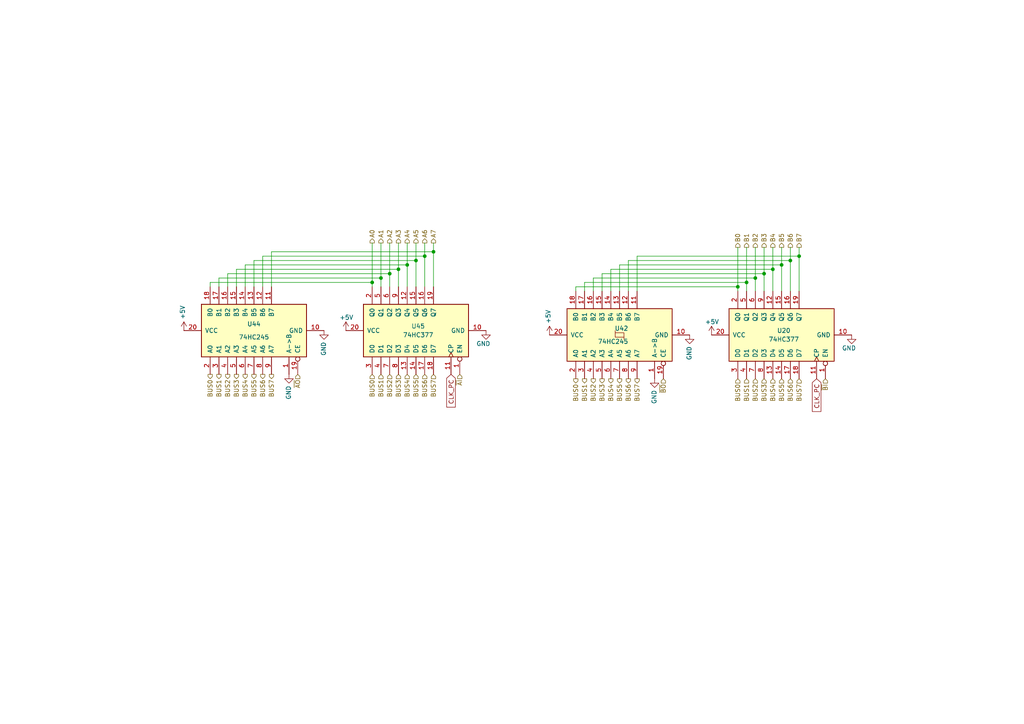
<source format=kicad_sch>
(kicad_sch (version 20211123) (generator eeschema)

  (uuid 7bf351b5-0ca3-402f-bde2-192ed9d3a4d3)

  (paper "A4")

  (title_block
    (title "B Register")
    (date "2023-12-11")
    (rev "1.1")
    (comment 2 "creativecommons.org/licenses/by-nc-sa/4.0/")
    (comment 3 "This work is licensed under CC BY-NC-SA 4.0")
    (comment 4 "Author: Carsten Herting (slu4)")
  )

  (lib_symbols
    (symbol "74xx:74HC245" (pin_names (offset 1.016)) (in_bom yes) (on_board yes)
      (property "Reference" "U" (id 0) (at -7.62 16.51 0)
        (effects (font (size 1.27 1.27)))
      )
      (property "Value" "74HC245" (id 1) (at -7.62 -16.51 0)
        (effects (font (size 1.27 1.27)))
      )
      (property "Footprint" "" (id 2) (at 0 0 0)
        (effects (font (size 1.27 1.27)) hide)
      )
      (property "Datasheet" "http://www.ti.com/lit/gpn/sn74HC245" (id 3) (at 0 0 0)
        (effects (font (size 1.27 1.27)) hide)
      )
      (property "ki_locked" "" (id 4) (at 0 0 0)
        (effects (font (size 1.27 1.27)))
      )
      (property "ki_keywords" "HCMOS BUS 3State" (id 5) (at 0 0 0)
        (effects (font (size 1.27 1.27)) hide)
      )
      (property "ki_description" "Octal BUS Transceivers, 3-State outputs" (id 6) (at 0 0 0)
        (effects (font (size 1.27 1.27)) hide)
      )
      (property "ki_fp_filters" "DIP?20*" (id 7) (at 0 0 0)
        (effects (font (size 1.27 1.27)) hide)
      )
      (symbol "74HC245_1_0"
        (polyline
          (pts
            (xy -0.635 -1.27)
            (xy -0.635 1.27)
            (xy 0.635 1.27)
          )
          (stroke (width 0) (type default) (color 0 0 0 0))
          (fill (type none))
        )
        (polyline
          (pts
            (xy -1.27 -1.27)
            (xy 0.635 -1.27)
            (xy 0.635 1.27)
            (xy 1.27 1.27)
          )
          (stroke (width 0) (type default) (color 0 0 0 0))
          (fill (type none))
        )
        (pin input line (at -12.7 -10.16 0) (length 5.08)
          (name "A->B" (effects (font (size 1.27 1.27))))
          (number "1" (effects (font (size 1.27 1.27))))
        )
        (pin power_in line (at 0 -20.32 90) (length 5.08)
          (name "GND" (effects (font (size 1.27 1.27))))
          (number "10" (effects (font (size 1.27 1.27))))
        )
        (pin tri_state line (at 12.7 -5.08 180) (length 5.08)
          (name "B7" (effects (font (size 1.27 1.27))))
          (number "11" (effects (font (size 1.27 1.27))))
        )
        (pin tri_state line (at 12.7 -2.54 180) (length 5.08)
          (name "B6" (effects (font (size 1.27 1.27))))
          (number "12" (effects (font (size 1.27 1.27))))
        )
        (pin tri_state line (at 12.7 0 180) (length 5.08)
          (name "B5" (effects (font (size 1.27 1.27))))
          (number "13" (effects (font (size 1.27 1.27))))
        )
        (pin tri_state line (at 12.7 2.54 180) (length 5.08)
          (name "B4" (effects (font (size 1.27 1.27))))
          (number "14" (effects (font (size 1.27 1.27))))
        )
        (pin tri_state line (at 12.7 5.08 180) (length 5.08)
          (name "B3" (effects (font (size 1.27 1.27))))
          (number "15" (effects (font (size 1.27 1.27))))
        )
        (pin tri_state line (at 12.7 7.62 180) (length 5.08)
          (name "B2" (effects (font (size 1.27 1.27))))
          (number "16" (effects (font (size 1.27 1.27))))
        )
        (pin tri_state line (at 12.7 10.16 180) (length 5.08)
          (name "B1" (effects (font (size 1.27 1.27))))
          (number "17" (effects (font (size 1.27 1.27))))
        )
        (pin tri_state line (at 12.7 12.7 180) (length 5.08)
          (name "B0" (effects (font (size 1.27 1.27))))
          (number "18" (effects (font (size 1.27 1.27))))
        )
        (pin input inverted (at -12.7 -12.7 0) (length 5.08)
          (name "CE" (effects (font (size 1.27 1.27))))
          (number "19" (effects (font (size 1.27 1.27))))
        )
        (pin tri_state line (at -12.7 12.7 0) (length 5.08)
          (name "A0" (effects (font (size 1.27 1.27))))
          (number "2" (effects (font (size 1.27 1.27))))
        )
        (pin power_in line (at 0 20.32 270) (length 5.08)
          (name "VCC" (effects (font (size 1.27 1.27))))
          (number "20" (effects (font (size 1.27 1.27))))
        )
        (pin tri_state line (at -12.7 10.16 0) (length 5.08)
          (name "A1" (effects (font (size 1.27 1.27))))
          (number "3" (effects (font (size 1.27 1.27))))
        )
        (pin tri_state line (at -12.7 7.62 0) (length 5.08)
          (name "A2" (effects (font (size 1.27 1.27))))
          (number "4" (effects (font (size 1.27 1.27))))
        )
        (pin tri_state line (at -12.7 5.08 0) (length 5.08)
          (name "A3" (effects (font (size 1.27 1.27))))
          (number "5" (effects (font (size 1.27 1.27))))
        )
        (pin tri_state line (at -12.7 2.54 0) (length 5.08)
          (name "A4" (effects (font (size 1.27 1.27))))
          (number "6" (effects (font (size 1.27 1.27))))
        )
        (pin tri_state line (at -12.7 0 0) (length 5.08)
          (name "A5" (effects (font (size 1.27 1.27))))
          (number "7" (effects (font (size 1.27 1.27))))
        )
        (pin tri_state line (at -12.7 -2.54 0) (length 5.08)
          (name "A6" (effects (font (size 1.27 1.27))))
          (number "8" (effects (font (size 1.27 1.27))))
        )
        (pin tri_state line (at -12.7 -5.08 0) (length 5.08)
          (name "A7" (effects (font (size 1.27 1.27))))
          (number "9" (effects (font (size 1.27 1.27))))
        )
      )
      (symbol "74HC245_1_1"
        (rectangle (start -7.62 15.24) (end 7.62 -15.24)
          (stroke (width 0.254) (type default) (color 0 0 0 0))
          (fill (type background))
        )
      )
    )
    (symbol "8-Bit CPU 32k:74HC245" (pin_names (offset 1.016)) (in_bom yes) (on_board yes)
      (property "Reference" "U" (id 0) (at 0 -6.35 90)
        (effects (font (size 1.27 1.27)))
      )
      (property "Value" "74HC245" (id 1) (at 0 2.54 90)
        (effects (font (size 1.27 1.27)))
      )
      (property "Footprint" "" (id 2) (at 0 0 0)
        (effects (font (size 1.27 1.27)) hide)
      )
      (property "Datasheet" "http://www.ti.com/lit/gpn/sn74HC245" (id 3) (at 0 -17.78 0)
        (effects (font (size 1.27 1.27)) hide)
      )
      (property "ki_locked" "" (id 4) (at 0 0 0)
        (effects (font (size 1.27 1.27)))
      )
      (property "ki_keywords" "HCMOS BUS 3State" (id 5) (at 0 0 0)
        (effects (font (size 1.27 1.27)) hide)
      )
      (property "ki_description" "Octal BUS Transceivers, 3-State outputs" (id 6) (at 0 0 0)
        (effects (font (size 1.27 1.27)) hide)
      )
      (property "ki_fp_filters" "DIP?20*" (id 7) (at 0 0 0)
        (effects (font (size 1.27 1.27)) hide)
      )
      (symbol "74HC245_1_0"
        (pin input line (at -12.7 -10.16 0) (length 5.08)
          (name "A->B" (effects (font (size 1.27 1.27))))
          (number "1" (effects (font (size 1.27 1.27))))
        )
        (pin power_in line (at 0 -20.32 90) (length 5.08)
          (name "GND" (effects (font (size 1.27 1.27))))
          (number "10" (effects (font (size 1.27 1.27))))
        )
        (pin input line (at 12.7 -5.08 180) (length 5.08)
          (name "B7" (effects (font (size 1.27 1.27))))
          (number "11" (effects (font (size 1.27 1.27))))
        )
        (pin input line (at 12.7 -2.54 180) (length 5.08)
          (name "B6" (effects (font (size 1.27 1.27))))
          (number "12" (effects (font (size 1.27 1.27))))
        )
        (pin input line (at 12.7 0 180) (length 5.08)
          (name "B5" (effects (font (size 1.27 1.27))))
          (number "13" (effects (font (size 1.27 1.27))))
        )
        (pin input line (at 12.7 2.54 180) (length 5.08)
          (name "B4" (effects (font (size 1.27 1.27))))
          (number "14" (effects (font (size 1.27 1.27))))
        )
        (pin input line (at 12.7 5.08 180) (length 5.08)
          (name "B3" (effects (font (size 1.27 1.27))))
          (number "15" (effects (font (size 1.27 1.27))))
        )
        (pin input line (at 12.7 7.62 180) (length 5.08)
          (name "B2" (effects (font (size 1.27 1.27))))
          (number "16" (effects (font (size 1.27 1.27))))
        )
        (pin input line (at 12.7 10.16 180) (length 5.08)
          (name "B1" (effects (font (size 1.27 1.27))))
          (number "17" (effects (font (size 1.27 1.27))))
        )
        (pin input line (at 12.7 12.7 180) (length 5.08)
          (name "B0" (effects (font (size 1.27 1.27))))
          (number "18" (effects (font (size 1.27 1.27))))
        )
        (pin input inverted (at -12.7 -12.7 0) (length 5.08)
          (name "CE" (effects (font (size 1.27 1.27))))
          (number "19" (effects (font (size 1.27 1.27))))
        )
        (pin tri_state line (at -12.7 12.7 0) (length 5.08)
          (name "A0" (effects (font (size 1.27 1.27))))
          (number "2" (effects (font (size 1.27 1.27))))
        )
        (pin power_in line (at 0 20.32 270) (length 5.08)
          (name "VCC" (effects (font (size 1.27 1.27))))
          (number "20" (effects (font (size 1.27 1.27))))
        )
        (pin tri_state line (at -12.7 10.16 0) (length 5.08)
          (name "A1" (effects (font (size 1.27 1.27))))
          (number "3" (effects (font (size 1.27 1.27))))
        )
        (pin tri_state line (at -12.7 7.62 0) (length 5.08)
          (name "A2" (effects (font (size 1.27 1.27))))
          (number "4" (effects (font (size 1.27 1.27))))
        )
        (pin tri_state line (at -12.7 5.08 0) (length 5.08)
          (name "A3" (effects (font (size 1.27 1.27))))
          (number "5" (effects (font (size 1.27 1.27))))
        )
        (pin tri_state line (at -12.7 2.54 0) (length 5.08)
          (name "A4" (effects (font (size 1.27 1.27))))
          (number "6" (effects (font (size 1.27 1.27))))
        )
        (pin tri_state line (at -12.7 0 0) (length 5.08)
          (name "A5" (effects (font (size 1.27 1.27))))
          (number "7" (effects (font (size 1.27 1.27))))
        )
        (pin tri_state line (at -12.7 -2.54 0) (length 5.08)
          (name "A6" (effects (font (size 1.27 1.27))))
          (number "8" (effects (font (size 1.27 1.27))))
        )
        (pin tri_state line (at -12.7 -5.08 0) (length 5.08)
          (name "A7" (effects (font (size 1.27 1.27))))
          (number "9" (effects (font (size 1.27 1.27))))
        )
      )
      (symbol "74HC245_1_1"
        (rectangle (start -7.62 15.24) (end 7.62 -15.24)
          (stroke (width 0.254) (type default) (color 0 0 0 0))
          (fill (type background))
        )
      )
    )
    (symbol "8-Bit CPU 32k:74HC377" (pin_names (offset 1.016)) (in_bom yes) (on_board yes)
      (property "Reference" "U" (id 0) (at 1.27 0 90)
        (effects (font (size 1.27 1.27)))
      )
      (property "Value" "74HC377" (id 1) (at -1.27 0 90)
        (effects (font (size 1.27 1.27)))
      )
      (property "Footprint" "" (id 2) (at 0 0 0)
        (effects (font (size 1.27 1.27)) hide)
      )
      (property "Datasheet" "http://www.ti.com/lit/gpn/sn74LS574" (id 3) (at 0 -33.02 0)
        (effects (font (size 1.27 1.27)) hide)
      )
      (property "ki_locked" "" (id 4) (at 0 0 0)
        (effects (font (size 1.27 1.27)))
      )
      (property "ki_keywords" "TTL REG DFF DFF8 3State" (id 5) (at 0 0 0)
        (effects (font (size 1.27 1.27)) hide)
      )
      (property "ki_description" "8-bit Register, 3-state outputs" (id 6) (at 0 0 0)
        (effects (font (size 1.27 1.27)) hide)
      )
      (property "ki_fp_filters" "DIP?20*" (id 7) (at 0 0 0)
        (effects (font (size 1.27 1.27)) hide)
      )
      (symbol "74HC377_1_0"
        (pin input inverted (at -12.7 -12.7 0) (length 5.08)
          (name "EN" (effects (font (size 1.27 1.27))))
          (number "1" (effects (font (size 1.27 1.27))))
        )
        (pin power_in line (at 0 -20.32 90) (length 5.08)
          (name "GND" (effects (font (size 1.27 1.27))))
          (number "10" (effects (font (size 1.27 1.27))))
        )
        (pin input clock (at -12.7 -10.16 0) (length 5.08)
          (name "CP" (effects (font (size 1.27 1.27))))
          (number "11" (effects (font (size 1.27 1.27))))
        )
        (pin output line (at 12.7 2.54 180) (length 5.08)
          (name "Q4" (effects (font (size 1.27 1.27))))
          (number "12" (effects (font (size 1.27 1.27))))
        )
        (pin input line (at -12.7 2.54 0) (length 5.08)
          (name "D4" (effects (font (size 1.27 1.27))))
          (number "13" (effects (font (size 1.27 1.27))))
        )
        (pin input line (at -12.7 0 0) (length 5.08)
          (name "D5" (effects (font (size 1.27 1.27))))
          (number "14" (effects (font (size 1.27 1.27))))
        )
        (pin output line (at 12.7 0 180) (length 5.08)
          (name "Q5" (effects (font (size 1.27 1.27))))
          (number "15" (effects (font (size 1.27 1.27))))
        )
        (pin output line (at 12.7 -2.54 180) (length 5.08)
          (name "Q6" (effects (font (size 1.27 1.27))))
          (number "16" (effects (font (size 1.27 1.27))))
        )
        (pin input line (at -12.7 -2.54 0) (length 5.08)
          (name "D6" (effects (font (size 1.27 1.27))))
          (number "17" (effects (font (size 1.27 1.27))))
        )
        (pin input line (at -12.7 -5.08 0) (length 5.08)
          (name "D7" (effects (font (size 1.27 1.27))))
          (number "18" (effects (font (size 1.27 1.27))))
        )
        (pin output line (at 12.7 -5.08 180) (length 5.08)
          (name "Q7" (effects (font (size 1.27 1.27))))
          (number "19" (effects (font (size 1.27 1.27))))
        )
        (pin output line (at 12.7 12.7 180) (length 5.08)
          (name "Q0" (effects (font (size 1.27 1.27))))
          (number "2" (effects (font (size 1.27 1.27))))
        )
        (pin power_in line (at 0 20.32 270) (length 5.08)
          (name "VCC" (effects (font (size 1.27 1.27))))
          (number "20" (effects (font (size 1.27 1.27))))
        )
        (pin input line (at -12.7 12.7 0) (length 5.08)
          (name "D0" (effects (font (size 1.27 1.27))))
          (number "3" (effects (font (size 1.27 1.27))))
        )
        (pin input line (at -12.7 10.16 0) (length 5.08)
          (name "D1" (effects (font (size 1.27 1.27))))
          (number "4" (effects (font (size 1.27 1.27))))
        )
        (pin output line (at 12.7 10.16 180) (length 5.08)
          (name "Q1" (effects (font (size 1.27 1.27))))
          (number "5" (effects (font (size 1.27 1.27))))
        )
        (pin output line (at 12.7 7.62 180) (length 5.08)
          (name "Q2" (effects (font (size 1.27 1.27))))
          (number "6" (effects (font (size 1.27 1.27))))
        )
        (pin input line (at -12.7 7.62 0) (length 5.08)
          (name "D2" (effects (font (size 1.27 1.27))))
          (number "7" (effects (font (size 1.27 1.27))))
        )
        (pin input line (at -12.7 5.08 0) (length 5.08)
          (name "D3" (effects (font (size 1.27 1.27))))
          (number "8" (effects (font (size 1.27 1.27))))
        )
        (pin output line (at 12.7 5.08 180) (length 5.08)
          (name "Q3" (effects (font (size 1.27 1.27))))
          (number "9" (effects (font (size 1.27 1.27))))
        )
      )
      (symbol "74HC377_1_1"
        (rectangle (start -7.62 15.24) (end 7.62 -15.24)
          (stroke (width 0.254) (type default) (color 0 0 0 0))
          (fill (type background))
        )
      )
    )
    (symbol "power:+5V" (power) (pin_names (offset 0)) (in_bom yes) (on_board yes)
      (property "Reference" "#PWR" (id 0) (at 0 -3.81 0)
        (effects (font (size 1.27 1.27)) hide)
      )
      (property "Value" "+5V" (id 1) (at 0 3.556 0)
        (effects (font (size 1.27 1.27)))
      )
      (property "Footprint" "" (id 2) (at 0 0 0)
        (effects (font (size 1.27 1.27)) hide)
      )
      (property "Datasheet" "" (id 3) (at 0 0 0)
        (effects (font (size 1.27 1.27)) hide)
      )
      (property "ki_keywords" "power-flag" (id 4) (at 0 0 0)
        (effects (font (size 1.27 1.27)) hide)
      )
      (property "ki_description" "Power symbol creates a global label with name \"+5V\"" (id 5) (at 0 0 0)
        (effects (font (size 1.27 1.27)) hide)
      )
      (symbol "+5V_0_1"
        (polyline
          (pts
            (xy -0.762 1.27)
            (xy 0 2.54)
          )
          (stroke (width 0) (type default) (color 0 0 0 0))
          (fill (type none))
        )
        (polyline
          (pts
            (xy 0 0)
            (xy 0 2.54)
          )
          (stroke (width 0) (type default) (color 0 0 0 0))
          (fill (type none))
        )
        (polyline
          (pts
            (xy 0 2.54)
            (xy 0.762 1.27)
          )
          (stroke (width 0) (type default) (color 0 0 0 0))
          (fill (type none))
        )
      )
      (symbol "+5V_1_1"
        (pin power_in line (at 0 0 90) (length 0) hide
          (name "+5V" (effects (font (size 1.27 1.27))))
          (number "1" (effects (font (size 1.27 1.27))))
        )
      )
    )
    (symbol "power:GND" (power) (pin_names (offset 0)) (in_bom yes) (on_board yes)
      (property "Reference" "#PWR" (id 0) (at 0 -6.35 0)
        (effects (font (size 1.27 1.27)) hide)
      )
      (property "Value" "GND" (id 1) (at 0 -3.81 0)
        (effects (font (size 1.27 1.27)))
      )
      (property "Footprint" "" (id 2) (at 0 0 0)
        (effects (font (size 1.27 1.27)) hide)
      )
      (property "Datasheet" "" (id 3) (at 0 0 0)
        (effects (font (size 1.27 1.27)) hide)
      )
      (property "ki_keywords" "power-flag" (id 4) (at 0 0 0)
        (effects (font (size 1.27 1.27)) hide)
      )
      (property "ki_description" "Power symbol creates a global label with name \"GND\" , ground" (id 5) (at 0 0 0)
        (effects (font (size 1.27 1.27)) hide)
      )
      (symbol "GND_0_1"
        (polyline
          (pts
            (xy 0 0)
            (xy 0 -1.27)
            (xy 1.27 -1.27)
            (xy 0 -2.54)
            (xy -1.27 -1.27)
            (xy 0 -1.27)
          )
          (stroke (width 0) (type default) (color 0 0 0 0))
          (fill (type none))
        )
      )
      (symbol "GND_1_1"
        (pin power_in line (at 0 0 270) (length 0) hide
          (name "GND" (effects (font (size 1.27 1.27))))
          (number "1" (effects (font (size 1.27 1.27))))
        )
      )
    )
  )

  (junction (at 219.075 80.645) (diameter 0) (color 0 0 0 0)
    (uuid 00764fac-c474-4c06-8da7-05e3d3cf986c)
  )
  (junction (at 231.775 74.295) (diameter 0) (color 0 0 0 0)
    (uuid 1442abc9-3604-41bd-8c28-7f6a37665550)
  )
  (junction (at 221.615 79.375) (diameter 0) (color 0 0 0 0)
    (uuid 20977647-c6fa-4180-863b-d2678d6cf325)
  )
  (junction (at 216.535 81.915) (diameter 0) (color 0 0 0 0)
    (uuid 293cf5ca-3515-4caa-8cb3-87d8c95ab4f3)
  )
  (junction (at 118.11 76.835) (diameter 0) (color 0 0 0 0)
    (uuid 55235580-7efb-4e3c-98e6-d5a445a76fd4)
  )
  (junction (at 115.57 78.105) (diameter 0) (color 0 0 0 0)
    (uuid 580b84ac-b00e-41d9-af57-dc7f6cac8d7a)
  )
  (junction (at 107.95 81.915) (diameter 0) (color 0 0 0 0)
    (uuid 5f52a259-c2d7-454b-b293-e760a6d0bfd9)
  )
  (junction (at 113.03 79.375) (diameter 0) (color 0 0 0 0)
    (uuid 61a39efa-f191-4803-8809-de50f8d8a1f0)
  )
  (junction (at 213.995 83.185) (diameter 0) (color 0 0 0 0)
    (uuid 90f6d86a-6451-404d-bb9d-cd56e081b998)
  )
  (junction (at 123.19 74.295) (diameter 0) (color 0 0 0 0)
    (uuid ae23c50f-f929-4972-b576-9452277b3010)
  )
  (junction (at 224.155 78.105) (diameter 0) (color 0 0 0 0)
    (uuid b2f6850a-717d-4485-84de-ca2f43d387b0)
  )
  (junction (at 229.235 75.565) (diameter 0) (color 0 0 0 0)
    (uuid cfaa542b-1677-4be1-8d5a-d18f5dadc6e4)
  )
  (junction (at 125.73 73.025) (diameter 0) (color 0 0 0 0)
    (uuid d2cd721e-a39c-449b-b0e7-1df8555a1dd2)
  )
  (junction (at 120.65 75.565) (diameter 0) (color 0 0 0 0)
    (uuid d7628963-43dd-4da3-8c98-776603c6bc1d)
  )
  (junction (at 110.49 80.645) (diameter 0) (color 0 0 0 0)
    (uuid dca56fc2-ce10-433f-b325-dd01ad688606)
  )
  (junction (at 226.695 76.835) (diameter 0) (color 0 0 0 0)
    (uuid f5fcdee6-aff1-478b-839e-b0c3d542b15d)
  )

  (wire (pts (xy 63.5 80.645) (xy 63.5 83.185))
    (stroke (width 0) (type default) (color 0 0 0 0))
    (uuid 05882c98-cfe2-45aa-86a7-357bbf94a8c5)
  )
  (wire (pts (xy 184.785 74.295) (xy 184.785 84.455))
    (stroke (width 0) (type default) (color 0 0 0 0))
    (uuid 07932149-ff4e-492f-8962-40920fc81118)
  )
  (wire (pts (xy 216.535 71.755) (xy 216.535 81.915))
    (stroke (width 0) (type default) (color 0 0 0 0))
    (uuid 14d118f6-c7d7-4b44-a6fd-2d8ef3a5966c)
  )
  (wire (pts (xy 184.785 74.295) (xy 231.775 74.295))
    (stroke (width 0) (type default) (color 0 0 0 0))
    (uuid 257995c7-fcb2-401c-acc1-d4b2543e21cc)
  )
  (wire (pts (xy 167.005 83.185) (xy 167.005 84.455))
    (stroke (width 0) (type default) (color 0 0 0 0))
    (uuid 292b5d5b-a3fd-4292-b67f-87b74067db31)
  )
  (wire (pts (xy 63.5 80.645) (xy 110.49 80.645))
    (stroke (width 0) (type default) (color 0 0 0 0))
    (uuid 2caf312e-c602-4e95-b416-58ff2b0210ac)
  )
  (wire (pts (xy 221.615 79.375) (xy 221.615 84.455))
    (stroke (width 0) (type default) (color 0 0 0 0))
    (uuid 35cd107d-2594-4406-bcea-40dc3a421834)
  )
  (wire (pts (xy 172.085 80.645) (xy 172.085 84.455))
    (stroke (width 0) (type default) (color 0 0 0 0))
    (uuid 374bd96e-0a3c-4296-9a02-5ac5798aeb5b)
  )
  (wire (pts (xy 110.49 70.485) (xy 110.49 80.645))
    (stroke (width 0) (type default) (color 0 0 0 0))
    (uuid 3d855d27-27e0-495e-96bc-e865871e3606)
  )
  (wire (pts (xy 73.66 75.565) (xy 73.66 83.185))
    (stroke (width 0) (type default) (color 0 0 0 0))
    (uuid 45cf917d-07dd-4d25-847f-4d7972a38fe3)
  )
  (wire (pts (xy 174.625 79.375) (xy 174.625 84.455))
    (stroke (width 0) (type default) (color 0 0 0 0))
    (uuid 49752f99-f45c-4c80-980f-88a521f19a66)
  )
  (wire (pts (xy 125.73 73.025) (xy 125.73 83.185))
    (stroke (width 0) (type default) (color 0 0 0 0))
    (uuid 497afc34-469c-45a4-86d2-94861abec274)
  )
  (wire (pts (xy 174.625 79.375) (xy 221.615 79.375))
    (stroke (width 0) (type default) (color 0 0 0 0))
    (uuid 4a2445d0-510f-4f2d-a850-5edd51a71b47)
  )
  (wire (pts (xy 169.545 81.915) (xy 169.545 84.455))
    (stroke (width 0) (type default) (color 0 0 0 0))
    (uuid 50426957-6cc9-4678-b97a-bb84036574a0)
  )
  (wire (pts (xy 213.995 71.755) (xy 213.995 83.185))
    (stroke (width 0) (type default) (color 0 0 0 0))
    (uuid 5811f1da-f804-4e55-af72-531def6a328e)
  )
  (wire (pts (xy 177.165 78.105) (xy 224.155 78.105))
    (stroke (width 0) (type default) (color 0 0 0 0))
    (uuid 582561f8-97e5-4a97-ba2f-1f92e903679e)
  )
  (wire (pts (xy 229.235 71.755) (xy 229.235 75.565))
    (stroke (width 0) (type default) (color 0 0 0 0))
    (uuid 599d2ef9-4d78-4e04-8eb2-3c0c0b66471e)
  )
  (wire (pts (xy 213.995 83.185) (xy 213.995 84.455))
    (stroke (width 0) (type default) (color 0 0 0 0))
    (uuid 5a745176-dac6-4e90-937e-82299e19f77f)
  )
  (wire (pts (xy 120.65 70.485) (xy 120.65 75.565))
    (stroke (width 0) (type default) (color 0 0 0 0))
    (uuid 5ea53d5e-dda0-4b00-a871-9b9333a058ea)
  )
  (wire (pts (xy 231.775 74.295) (xy 231.775 84.455))
    (stroke (width 0) (type default) (color 0 0 0 0))
    (uuid 657bdb21-c3ff-4f34-8e8d-5bdb406b846a)
  )
  (wire (pts (xy 76.2 74.295) (xy 123.19 74.295))
    (stroke (width 0) (type default) (color 0 0 0 0))
    (uuid 6619871a-ba52-49d9-9d5f-d0bd7cf20fa0)
  )
  (wire (pts (xy 78.74 73.025) (xy 125.73 73.025))
    (stroke (width 0) (type default) (color 0 0 0 0))
    (uuid 668fb75a-cbc2-41ec-814f-2b81236bbce3)
  )
  (wire (pts (xy 221.615 71.755) (xy 221.615 79.375))
    (stroke (width 0) (type default) (color 0 0 0 0))
    (uuid 67f09b97-4639-4b69-95d3-ea176e511493)
  )
  (wire (pts (xy 107.95 81.915) (xy 107.95 83.185))
    (stroke (width 0) (type default) (color 0 0 0 0))
    (uuid 68c2b931-e5a9-4b99-9a26-33ab16cd00f4)
  )
  (wire (pts (xy 123.19 70.485) (xy 123.19 74.295))
    (stroke (width 0) (type default) (color 0 0 0 0))
    (uuid 6d215b4b-4ac6-43ac-8579-0acdcd8541fb)
  )
  (wire (pts (xy 226.695 76.835) (xy 226.695 84.455))
    (stroke (width 0) (type default) (color 0 0 0 0))
    (uuid 75aae229-7241-428e-b3d4-e6ea9c1cf7b0)
  )
  (wire (pts (xy 219.075 80.645) (xy 219.075 84.455))
    (stroke (width 0) (type default) (color 0 0 0 0))
    (uuid 79c400b4-8c88-421f-923a-b659c13e3092)
  )
  (wire (pts (xy 182.245 75.565) (xy 229.235 75.565))
    (stroke (width 0) (type default) (color 0 0 0 0))
    (uuid 7b180d51-431a-4ae9-8304-d98d72607e03)
  )
  (wire (pts (xy 224.155 78.105) (xy 224.155 84.455))
    (stroke (width 0) (type default) (color 0 0 0 0))
    (uuid 7b18ce22-9707-4e8e-9cf1-2320a2b336af)
  )
  (wire (pts (xy 110.49 80.645) (xy 110.49 83.185))
    (stroke (width 0) (type default) (color 0 0 0 0))
    (uuid 7c589141-4154-4c45-8a0c-8e02d80862bb)
  )
  (wire (pts (xy 68.58 78.105) (xy 68.58 83.185))
    (stroke (width 0) (type default) (color 0 0 0 0))
    (uuid 7f1815bf-d9c3-4560-9ef6-aff85cbb81bc)
  )
  (wire (pts (xy 216.535 81.915) (xy 216.535 84.455))
    (stroke (width 0) (type default) (color 0 0 0 0))
    (uuid 7f25dcaf-8823-4e9c-aaeb-55f459673095)
  )
  (wire (pts (xy 71.12 76.835) (xy 118.11 76.835))
    (stroke (width 0) (type default) (color 0 0 0 0))
    (uuid 82a33efa-3cf7-47e8-88f0-fb95afb92649)
  )
  (wire (pts (xy 219.075 71.755) (xy 219.075 80.645))
    (stroke (width 0) (type default) (color 0 0 0 0))
    (uuid 9096b135-93d6-4222-977a-f1c0a044ef37)
  )
  (wire (pts (xy 231.775 71.755) (xy 231.775 74.295))
    (stroke (width 0) (type default) (color 0 0 0 0))
    (uuid 953d54ee-fad0-404d-9c4b-2c98675911e1)
  )
  (wire (pts (xy 177.165 78.105) (xy 177.165 84.455))
    (stroke (width 0) (type default) (color 0 0 0 0))
    (uuid 95622795-4af5-4438-9c6b-adf299e0bc02)
  )
  (wire (pts (xy 71.12 76.835) (xy 71.12 83.185))
    (stroke (width 0) (type default) (color 0 0 0 0))
    (uuid 95e984c3-a29c-4bba-9431-ce40f28e8386)
  )
  (wire (pts (xy 115.57 70.485) (xy 115.57 78.105))
    (stroke (width 0) (type default) (color 0 0 0 0))
    (uuid 992d1548-f5a6-4575-87f1-8366c6eb6082)
  )
  (wire (pts (xy 60.96 81.915) (xy 107.95 81.915))
    (stroke (width 0) (type default) (color 0 0 0 0))
    (uuid 9b123a88-7b68-4734-9701-80d09988ae7c)
  )
  (wire (pts (xy 78.74 73.025) (xy 78.74 83.185))
    (stroke (width 0) (type default) (color 0 0 0 0))
    (uuid 9b6338d7-09d4-41ca-b4c9-307d4b5ee781)
  )
  (wire (pts (xy 115.57 78.105) (xy 115.57 83.185))
    (stroke (width 0) (type default) (color 0 0 0 0))
    (uuid 9c158643-a956-4e6e-b58f-bb1903a75922)
  )
  (wire (pts (xy 224.155 71.755) (xy 224.155 78.105))
    (stroke (width 0) (type default) (color 0 0 0 0))
    (uuid a813f4ad-724f-46ac-8dfa-eb17797aba57)
  )
  (wire (pts (xy 113.03 70.485) (xy 113.03 79.375))
    (stroke (width 0) (type default) (color 0 0 0 0))
    (uuid ad5964a2-3d2f-4b82-92a6-c11825a9b93a)
  )
  (wire (pts (xy 179.705 76.835) (xy 226.695 76.835))
    (stroke (width 0) (type default) (color 0 0 0 0))
    (uuid ad9c0566-c8b4-4762-9ccd-681933beb83a)
  )
  (wire (pts (xy 179.705 76.835) (xy 179.705 84.455))
    (stroke (width 0) (type default) (color 0 0 0 0))
    (uuid af4a0de0-d99b-4c66-8a9a-a49c6261e4c7)
  )
  (wire (pts (xy 60.96 81.915) (xy 60.96 83.185))
    (stroke (width 0) (type default) (color 0 0 0 0))
    (uuid bf7838fe-c159-4105-a159-5a0ba61240a4)
  )
  (wire (pts (xy 120.65 75.565) (xy 120.65 83.185))
    (stroke (width 0) (type default) (color 0 0 0 0))
    (uuid c151fb78-83b1-439a-a7b0-90fc993d1c2e)
  )
  (wire (pts (xy 66.04 79.375) (xy 66.04 83.185))
    (stroke (width 0) (type default) (color 0 0 0 0))
    (uuid c3a18c81-0edc-45f3-be2c-b614798bcf1b)
  )
  (wire (pts (xy 169.545 81.915) (xy 216.535 81.915))
    (stroke (width 0) (type default) (color 0 0 0 0))
    (uuid c4e71b83-08d5-4fab-b896-6e7938856123)
  )
  (wire (pts (xy 118.11 76.835) (xy 118.11 83.185))
    (stroke (width 0) (type default) (color 0 0 0 0))
    (uuid c754856a-beec-45a0-a766-efdcd6040380)
  )
  (wire (pts (xy 125.73 70.485) (xy 125.73 73.025))
    (stroke (width 0) (type default) (color 0 0 0 0))
    (uuid c9c479b9-7c87-43ca-9286-eacb29f1b5f0)
  )
  (wire (pts (xy 76.2 74.295) (xy 76.2 83.185))
    (stroke (width 0) (type default) (color 0 0 0 0))
    (uuid cfc9a362-79e0-4319-8a39-983d68256726)
  )
  (wire (pts (xy 229.235 75.565) (xy 229.235 84.455))
    (stroke (width 0) (type default) (color 0 0 0 0))
    (uuid d11f352c-303d-409f-826b-5a9421ada49f)
  )
  (wire (pts (xy 66.04 79.375) (xy 113.03 79.375))
    (stroke (width 0) (type default) (color 0 0 0 0))
    (uuid d4889969-d830-449c-a848-e340f26300e9)
  )
  (wire (pts (xy 226.695 71.755) (xy 226.695 76.835))
    (stroke (width 0) (type default) (color 0 0 0 0))
    (uuid da63f2ba-5bda-44c7-bd5c-8d4fb565571b)
  )
  (wire (pts (xy 113.03 79.375) (xy 113.03 83.185))
    (stroke (width 0) (type default) (color 0 0 0 0))
    (uuid dd09fa6f-7ca5-4dea-8c7e-6297a902824b)
  )
  (wire (pts (xy 182.245 75.565) (xy 182.245 84.455))
    (stroke (width 0) (type default) (color 0 0 0 0))
    (uuid df381675-64ef-4bde-8803-0174a23039e2)
  )
  (wire (pts (xy 167.005 83.185) (xy 213.995 83.185))
    (stroke (width 0) (type default) (color 0 0 0 0))
    (uuid e1464030-a6b2-4c76-abe3-5c117b044bf3)
  )
  (wire (pts (xy 73.66 75.565) (xy 120.65 75.565))
    (stroke (width 0) (type default) (color 0 0 0 0))
    (uuid e4822605-d3b4-4969-bb60-8baa134ea1d4)
  )
  (wire (pts (xy 172.085 80.645) (xy 219.075 80.645))
    (stroke (width 0) (type default) (color 0 0 0 0))
    (uuid e955a43d-00fb-4fa0-91dc-c116756c982b)
  )
  (wire (pts (xy 123.19 74.295) (xy 123.19 83.185))
    (stroke (width 0) (type default) (color 0 0 0 0))
    (uuid f452714d-707c-4603-9985-5dc64cae2db2)
  )
  (wire (pts (xy 68.58 78.105) (xy 115.57 78.105))
    (stroke (width 0) (type default) (color 0 0 0 0))
    (uuid f62d8370-7327-49e1-b3ee-29837699ae18)
  )
  (wire (pts (xy 107.95 70.485) (xy 107.95 81.915))
    (stroke (width 0) (type default) (color 0 0 0 0))
    (uuid fc8d5ef8-5a7d-4f00-a981-a59bf2e23508)
  )
  (wire (pts (xy 118.11 70.485) (xy 118.11 76.835))
    (stroke (width 0) (type default) (color 0 0 0 0))
    (uuid feaeeb55-63e7-42f3-a3c1-178518a5aafe)
  )

  (global_label "CLK_PC" (shape input) (at 130.81 108.585 270) (fields_autoplaced)
    (effects (font (size 1.27 1.27)) (justify right))
    (uuid 1e7337dc-24a6-4131-a201-17c9b8f36afc)
    (property "Intersheet References" "${INTERSHEET_REFS}" (id 0) (at 130.7306 117.9849 90)
      (effects (font (size 1.27 1.27)) (justify right) hide)
    )
  )
  (global_label "CLK_PC" (shape input) (at 236.855 109.855 270) (fields_autoplaced)
    (effects (font (size 1.27 1.27)) (justify right))
    (uuid 8d1c67ba-ab4a-4604-aaa9-aa040c2af77c)
    (property "Intersheet References" "${INTERSHEET_REFS}" (id 0) (at 236.7756 119.2549 90)
      (effects (font (size 1.27 1.27)) (justify right) hide)
    )
  )

  (hierarchical_label "A6" (shape output) (at 123.19 70.485 90)
    (effects (font (size 1.27 1.27)) (justify left))
    (uuid 00dc473b-7163-4444-a9c3-6c105391c7eb)
  )
  (hierarchical_label "BUS3" (shape output) (at 68.58 108.585 270)
    (effects (font (size 1.27 1.27)) (justify right))
    (uuid 017a2d1c-8d51-4908-9f8d-1bccbdb4e04c)
  )
  (hierarchical_label "BUS5" (shape output) (at 179.705 109.855 270)
    (effects (font (size 1.27 1.27)) (justify right))
    (uuid 03ba98fe-8cb5-4699-a35b-36d3eda382d0)
  )
  (hierarchical_label "B1" (shape output) (at 216.535 71.755 90)
    (effects (font (size 1.27 1.27)) (justify left))
    (uuid 03e4a9fa-3187-4c6e-97be-1f031ef59a31)
  )
  (hierarchical_label "BUS6" (shape output) (at 76.2 108.585 270)
    (effects (font (size 1.27 1.27)) (justify right))
    (uuid 0b72af85-7c43-4ee6-a258-23ddd5d8148a)
  )
  (hierarchical_label "BUS1" (shape input) (at 110.49 108.585 270)
    (effects (font (size 1.27 1.27)) (justify right))
    (uuid 0bfaf0a9-dfb4-471c-8e2c-ebcd95249b0c)
  )
  (hierarchical_label "BUS1" (shape input) (at 216.535 109.855 270)
    (effects (font (size 1.27 1.27)) (justify right))
    (uuid 0e1220ed-2664-4a2d-8a82-c273c776b44c)
  )
  (hierarchical_label "A0" (shape output) (at 107.95 70.485 90)
    (effects (font (size 1.27 1.27)) (justify left))
    (uuid 110c22ae-227a-4818-abf1-2e720139b808)
  )
  (hierarchical_label "BUS0" (shape output) (at 60.96 108.585 270)
    (effects (font (size 1.27 1.27)) (justify right))
    (uuid 11b99001-40da-4af9-9f6f-5efa190d2486)
  )
  (hierarchical_label "BUS6" (shape input) (at 123.19 108.585 270)
    (effects (font (size 1.27 1.27)) (justify right))
    (uuid 138cd58d-5fee-490c-b508-50f87d626cf4)
  )
  (hierarchical_label "A2" (shape output) (at 113.03 70.485 90)
    (effects (font (size 1.27 1.27)) (justify left))
    (uuid 14ae5c41-69f4-40bf-bec1-01e24feed7ec)
  )
  (hierarchical_label "~{AI}" (shape input) (at 133.35 108.585 270)
    (effects (font (size 1.27 1.27)) (justify right))
    (uuid 1d81e3ab-1fcc-4a7e-ac07-057bceb2ff57)
  )
  (hierarchical_label "BUS0" (shape output) (at 167.005 109.855 270)
    (effects (font (size 1.27 1.27)) (justify right))
    (uuid 1e477871-711a-4d85-9d60-f5905982c807)
  )
  (hierarchical_label "BUS0" (shape input) (at 213.995 109.855 270)
    (effects (font (size 1.27 1.27)) (justify right))
    (uuid 217c901d-5851-42fe-9a0c-0a95b435b6c1)
  )
  (hierarchical_label "B6" (shape output) (at 229.235 71.755 90)
    (effects (font (size 1.27 1.27)) (justify left))
    (uuid 300c99c6-900c-40a7-a5a9-f389d11d4c13)
  )
  (hierarchical_label "B3" (shape output) (at 221.615 71.755 90)
    (effects (font (size 1.27 1.27)) (justify left))
    (uuid 37da8cf5-c9e3-441a-9dcb-d6a8b87e0965)
  )
  (hierarchical_label "BUS6" (shape input) (at 229.235 109.855 270)
    (effects (font (size 1.27 1.27)) (justify right))
    (uuid 383c6a12-3db7-4e54-9ac1-a9a8f935e407)
  )
  (hierarchical_label "B7" (shape output) (at 231.775 71.755 90)
    (effects (font (size 1.27 1.27)) (justify left))
    (uuid 386bf728-e113-4f09-abc4-9efa82fa95dc)
  )
  (hierarchical_label "BUS0" (shape input) (at 107.95 108.585 270)
    (effects (font (size 1.27 1.27)) (justify right))
    (uuid 3d1ab8c4-acbc-473d-821e-692a5ba727a0)
  )
  (hierarchical_label "BUS5" (shape input) (at 226.695 109.855 270)
    (effects (font (size 1.27 1.27)) (justify right))
    (uuid 3e82d0d5-91e3-4496-9bfd-f98f615f9cd8)
  )
  (hierarchical_label "BUS4" (shape output) (at 177.165 109.855 270)
    (effects (font (size 1.27 1.27)) (justify right))
    (uuid 40ae39b0-16ba-41d8-b1b2-a198c93881e4)
  )
  (hierarchical_label "BUS7" (shape output) (at 78.74 108.585 270)
    (effects (font (size 1.27 1.27)) (justify right))
    (uuid 485a25db-8839-4d34-9594-c477b315a4e7)
  )
  (hierarchical_label "B4" (shape output) (at 224.155 71.755 90)
    (effects (font (size 1.27 1.27)) (justify left))
    (uuid 4cc3c79e-6737-4bf4-99b1-4cd0c6cc9267)
  )
  (hierarchical_label "BUS2" (shape input) (at 113.03 108.585 270)
    (effects (font (size 1.27 1.27)) (justify right))
    (uuid 5c87cd39-cb45-4976-9fb6-a30cee939e68)
  )
  (hierarchical_label "BUS3" (shape output) (at 174.625 109.855 270)
    (effects (font (size 1.27 1.27)) (justify right))
    (uuid 6577c081-cf09-4153-b0d5-012e25021eb4)
  )
  (hierarchical_label "A3" (shape output) (at 115.57 70.485 90)
    (effects (font (size 1.27 1.27)) (justify left))
    (uuid 6c34c264-6ee8-4c75-a6b6-89e8c1a05de5)
  )
  (hierarchical_label "A1" (shape output) (at 110.49 70.485 90)
    (effects (font (size 1.27 1.27)) (justify left))
    (uuid 6e3115c5-ec6e-4f1d-accb-bbc67efa4fb3)
  )
  (hierarchical_label "BUS5" (shape output) (at 73.66 108.585 270)
    (effects (font (size 1.27 1.27)) (justify right))
    (uuid 71a75dc7-324c-49af-bf53-4f4c012bf07a)
  )
  (hierarchical_label "BUS4" (shape input) (at 118.11 108.585 270)
    (effects (font (size 1.27 1.27)) (justify right))
    (uuid 721be992-ecb3-41f4-922f-de4e69a3e3a0)
  )
  (hierarchical_label "B2" (shape output) (at 219.075 71.755 90)
    (effects (font (size 1.27 1.27)) (justify left))
    (uuid 73ce7d47-f219-4f32-82bf-56656af665a5)
  )
  (hierarchical_label "BUS2" (shape output) (at 172.085 109.855 270)
    (effects (font (size 1.27 1.27)) (justify right))
    (uuid 7478a3d2-74eb-4789-a01e-3524ff55fcc2)
  )
  (hierarchical_label "BUS2" (shape output) (at 66.04 108.585 270)
    (effects (font (size 1.27 1.27)) (justify right))
    (uuid 7546dbcd-daed-48fd-89fd-9c27b7de5e5b)
  )
  (hierarchical_label "B5" (shape output) (at 226.695 71.755 90)
    (effects (font (size 1.27 1.27)) (justify left))
    (uuid 78f3c462-0d04-4cfb-87ea-4c26fee3145c)
  )
  (hierarchical_label "BUS3" (shape input) (at 115.57 108.585 270)
    (effects (font (size 1.27 1.27)) (justify right))
    (uuid 79c424a6-66d4-45dc-adb9-884521c3aaee)
  )
  (hierarchical_label "BUS1" (shape output) (at 63.5 108.585 270)
    (effects (font (size 1.27 1.27)) (justify right))
    (uuid 7bda3b44-627d-4e83-a1b0-accd2485529b)
  )
  (hierarchical_label "BUS4" (shape input) (at 224.155 109.855 270)
    (effects (font (size 1.27 1.27)) (justify right))
    (uuid 7d36c817-a0a6-4233-9f22-4a2f9248d2dc)
  )
  (hierarchical_label "A5" (shape output) (at 120.65 70.485 90)
    (effects (font (size 1.27 1.27)) (justify left))
    (uuid 7e6199dd-2a01-4e4e-87a2-05c95d7ec08a)
  )
  (hierarchical_label "BUS7" (shape input) (at 125.73 108.585 270)
    (effects (font (size 1.27 1.27)) (justify right))
    (uuid 80c32bdf-8032-4354-95f4-b0c6e1653204)
  )
  (hierarchical_label "BUS2" (shape input) (at 219.075 109.855 270)
    (effects (font (size 1.27 1.27)) (justify right))
    (uuid 8b812988-433e-4478-9a93-2d1e9d13080b)
  )
  (hierarchical_label "A7" (shape output) (at 125.73 70.485 90)
    (effects (font (size 1.27 1.27)) (justify left))
    (uuid 8fb4c6f5-322d-4987-ba2a-d23e63e45f8a)
  )
  (hierarchical_label "BUS4" (shape output) (at 71.12 108.585 270)
    (effects (font (size 1.27 1.27)) (justify right))
    (uuid 99ea2279-b0d9-4653-9435-49edd16f300a)
  )
  (hierarchical_label "A4" (shape output) (at 118.11 70.485 90)
    (effects (font (size 1.27 1.27)) (justify left))
    (uuid 9ece121a-95bd-4e11-bbc2-c792b7395e7c)
  )
  (hierarchical_label "~{AO}" (shape input) (at 86.36 108.585 270)
    (effects (font (size 1.27 1.27)) (justify right))
    (uuid a4d9ab86-aeeb-48ec-94fd-68561cffc1ca)
  )
  (hierarchical_label "BUS1" (shape output) (at 169.545 109.855 270)
    (effects (font (size 1.27 1.27)) (justify right))
    (uuid a4edadd2-25af-43e3-8070-3fe2945472d8)
  )
  (hierarchical_label "~{BI}" (shape input) (at 239.395 109.855 270)
    (effects (font (size 1.27 1.27)) (justify right))
    (uuid acec59dc-c58b-479a-be24-408dc15d24dc)
  )
  (hierarchical_label "BUS6" (shape output) (at 182.245 109.855 270)
    (effects (font (size 1.27 1.27)) (justify right))
    (uuid adf92367-2afb-47c2-82f3-13aa910f29d6)
  )
  (hierarchical_label "B0" (shape output) (at 213.995 71.755 90)
    (effects (font (size 1.27 1.27)) (justify left))
    (uuid c3eedf55-53c2-4f60-8f4a-66ccb8606558)
  )
  (hierarchical_label "~{BO}" (shape input) (at 192.405 109.855 270)
    (effects (font (size 1.27 1.27)) (justify right))
    (uuid e16d7916-648f-4eeb-af69-862d3f2c4755)
  )
  (hierarchical_label "BUS7" (shape input) (at 231.775 109.855 270)
    (effects (font (size 1.27 1.27)) (justify right))
    (uuid e35e14df-0021-4cd8-9586-6d476dfcea13)
  )
  (hierarchical_label "BUS5" (shape input) (at 120.65 108.585 270)
    (effects (font (size 1.27 1.27)) (justify right))
    (uuid e58f4a86-a512-43f4-81ec-94788a5bd77f)
  )
  (hierarchical_label "BUS3" (shape input) (at 221.615 109.855 270)
    (effects (font (size 1.27 1.27)) (justify right))
    (uuid ee985fc8-fb7b-4753-b0bf-458de17ed1d6)
  )
  (hierarchical_label "BUS7" (shape output) (at 184.785 109.855 270)
    (effects (font (size 1.27 1.27)) (justify right))
    (uuid fd80e402-c24a-4d48-852d-9158b586351d)
  )

  (symbol (lib_id "power:+5V") (at 159.385 97.155 0) (mirror y) (unit 1)
    (in_bom yes) (on_board yes)
    (uuid 2071748e-db89-420a-a146-5f0d41a17a02)
    (property "Reference" "#PWR0158" (id 0) (at 159.385 100.965 0)
      (effects (font (size 1.27 1.27)) hide)
    )
    (property "Value" "+5V" (id 1) (at 159.004 93.9038 90)
      (effects (font (size 1.27 1.27)) (justify left))
    )
    (property "Footprint" "" (id 2) (at 159.385 97.155 0)
      (effects (font (size 1.27 1.27)) hide)
    )
    (property "Datasheet" "" (id 3) (at 159.385 97.155 0)
      (effects (font (size 1.27 1.27)) hide)
    )
    (pin "1" (uuid d0460d33-db10-47dd-bb04-ed2a40d9cc23))
  )

  (symbol (lib_id "power:+5V") (at 206.375 97.155 0) (unit 1)
    (in_bom yes) (on_board yes)
    (uuid 23f688f9-bc73-49ce-85a6-463b64d36416)
    (property "Reference" "#PWR0123" (id 0) (at 206.375 100.965 0)
      (effects (font (size 1.27 1.27)) hide)
    )
    (property "Value" "+5V" (id 1) (at 204.47 93.345 0)
      (effects (font (size 1.27 1.27)) (justify left))
    )
    (property "Footprint" "" (id 2) (at 206.375 97.155 0)
      (effects (font (size 1.27 1.27)) hide)
    )
    (property "Datasheet" "" (id 3) (at 206.375 97.155 0)
      (effects (font (size 1.27 1.27)) hide)
    )
    (pin "1" (uuid d5e976b3-d743-42be-9611-26a8edb947f3))
  )

  (symbol (lib_id "power:GND") (at 93.98 95.885 0) (mirror y) (unit 1)
    (in_bom yes) (on_board yes)
    (uuid 2c78caf8-af22-461f-86e3-7958f1b1f326)
    (property "Reference" "#PWR081" (id 0) (at 93.98 102.235 0)
      (effects (font (size 1.27 1.27)) hide)
    )
    (property "Value" "GND" (id 1) (at 93.853 99.1362 90)
      (effects (font (size 1.27 1.27)) (justify right))
    )
    (property "Footprint" "" (id 2) (at 93.98 95.885 0)
      (effects (font (size 1.27 1.27)) hide)
    )
    (property "Datasheet" "" (id 3) (at 93.98 95.885 0)
      (effects (font (size 1.27 1.27)) hide)
    )
    (pin "1" (uuid bbe47ac2-6083-43a3-829a-4612dfb8eb09))
  )

  (symbol (lib_id "8-Bit CPU 32k:74HC245") (at 73.66 95.885 90) (unit 1)
    (in_bom yes) (on_board yes)
    (uuid 6bb5b601-ab3a-4a89-a7ac-3bc36a0c8526)
    (property "Reference" "U44" (id 0) (at 73.66 93.98 90))
    (property "Value" "74HC245" (id 1) (at 73.66 97.79 90))
    (property "Footprint" "Package_DIP:DIP-20_W7.62mm_Socket" (id 2) (at 73.66 95.885 0)
      (effects (font (size 1.27 1.27)) hide)
    )
    (property "Datasheet" "http://www.ti.com/lit/gpn/sn74HC245" (id 3) (at 91.44 95.885 0)
      (effects (font (size 1.27 1.27)) hide)
    )
    (pin "1" (uuid 500082f5-3817-4feb-b539-78867f4805fc))
    (pin "10" (uuid a84b9088-6e42-416e-ad31-bfde5fdb445c))
    (pin "11" (uuid f56b17d4-010b-4441-a6a4-0eb676fe749f))
    (pin "12" (uuid 73d4a5e1-27d5-470b-9bd4-966e26ebf206))
    (pin "13" (uuid b0abd031-e444-4245-a8d1-5a95e2fd0742))
    (pin "14" (uuid aa5edb89-fb3f-455f-ab86-538c7eb8684b))
    (pin "15" (uuid 0481e8bd-2ba6-432f-8dd3-1be2ee2ec538))
    (pin "16" (uuid 9b8344cb-bb12-4dde-8eb1-e8a4b52285e1))
    (pin "17" (uuid 0c990e90-5200-47a0-af6e-192529972832))
    (pin "18" (uuid bd46e467-b092-4aa2-8c37-91a06689ac85))
    (pin "19" (uuid 74d8f027-f4a3-4a9e-b731-55b1c85e9b40))
    (pin "2" (uuid a83a2484-db00-4ce5-a8d7-30417c302c72))
    (pin "20" (uuid 3b74ce13-155a-4323-b661-2def71520a3b))
    (pin "3" (uuid 26256004-3256-4937-bce7-31215fef6c81))
    (pin "4" (uuid 13a137a1-de0d-4800-9816-a0b4ce88cc84))
    (pin "5" (uuid 17603d91-3095-4d9f-8753-645dfb5a2844))
    (pin "6" (uuid a5354965-1ae8-4fba-a71d-eb5154dffec0))
    (pin "7" (uuid b32a3589-7e3d-40c6-9d56-2d04a783472c))
    (pin "8" (uuid dd8696c4-cbc7-4e02-a00d-4454d8422160))
    (pin "9" (uuid db2365ab-f710-4006-9b80-c658ffd75f0f))
  )

  (symbol (lib_id "power:GND") (at 83.82 108.585 0) (mirror y) (unit 1)
    (in_bom yes) (on_board yes)
    (uuid 766f77b0-badc-4f2e-aec6-c246c6be3ef9)
    (property "Reference" "#PWR080" (id 0) (at 83.82 114.935 0)
      (effects (font (size 1.27 1.27)) hide)
    )
    (property "Value" "GND" (id 1) (at 83.693 111.8362 90)
      (effects (font (size 1.27 1.27)) (justify right))
    )
    (property "Footprint" "" (id 2) (at 83.82 108.585 0)
      (effects (font (size 1.27 1.27)) hide)
    )
    (property "Datasheet" "" (id 3) (at 83.82 108.585 0)
      (effects (font (size 1.27 1.27)) hide)
    )
    (pin "1" (uuid 8b17c803-041c-46eb-803a-884405ff9438))
  )

  (symbol (lib_id "power:GND") (at 189.865 109.855 0) (mirror y) (unit 1)
    (in_bom yes) (on_board yes)
    (uuid 7864712d-9dda-4eed-9c82-34076524efc2)
    (property "Reference" "#PWR0159" (id 0) (at 189.865 116.205 0)
      (effects (font (size 1.27 1.27)) hide)
    )
    (property "Value" "GND" (id 1) (at 189.738 113.1062 90)
      (effects (font (size 1.27 1.27)) (justify right))
    )
    (property "Footprint" "" (id 2) (at 189.865 109.855 0)
      (effects (font (size 1.27 1.27)) hide)
    )
    (property "Datasheet" "" (id 3) (at 189.865 109.855 0)
      (effects (font (size 1.27 1.27)) hide)
    )
    (pin "1" (uuid 70c3e08c-6047-4887-8991-3a6d3617b49b))
  )

  (symbol (lib_id "8-Bit CPU 32k:74HC377") (at 120.65 95.885 90) (unit 1)
    (in_bom yes) (on_board yes)
    (uuid 78a2be0d-b045-491d-9347-7df3ca99bd9d)
    (property "Reference" "U45" (id 0) (at 121.285 94.6181 90))
    (property "Value" "74HC377" (id 1) (at 121.285 97.155 90))
    (property "Footprint" "Package_DIP:DIP-20_W7.62mm_Socket" (id 2) (at 120.65 95.885 0)
      (effects (font (size 1.27 1.27)) hide)
    )
    (property "Datasheet" "http://www.ti.com/lit/gpn/sn74LS574" (id 3) (at 153.67 95.885 0)
      (effects (font (size 1.27 1.27)) hide)
    )
    (pin "1" (uuid 092449cd-566f-42e0-bde1-15a57c9621dd))
    (pin "10" (uuid ec313c25-01d2-42a0-9eae-7d7d36ea0ba4))
    (pin "11" (uuid 8719fba9-2365-45c8-b07f-9a75b8e00fa7))
    (pin "12" (uuid fe3c9799-d590-48df-bbd6-60e4c7e79d8c))
    (pin "13" (uuid 396dde43-b75f-4361-8cc0-46c33410a2c1))
    (pin "14" (uuid f277f2a2-fc32-423b-a45e-cc2e643b534c))
    (pin "15" (uuid 9613f0ec-8836-4baf-8caa-1d6d333d6d07))
    (pin "16" (uuid e054bd63-7a12-4639-9982-e0dec143d78a))
    (pin "17" (uuid e4d5d28a-1c18-48da-b0a5-073b532933db))
    (pin "18" (uuid 45f4268e-ef06-415a-a044-6ccbecc4ab15))
    (pin "19" (uuid ad1da6dc-a5a8-4a45-9c5e-760e43562b8b))
    (pin "2" (uuid 1d5b83ac-b90e-4bf9-9a37-4da64c753ba0))
    (pin "20" (uuid c1ec80e0-bfdc-4fe0-ba43-758b26898066))
    (pin "3" (uuid 4b235ef1-6f73-4088-bf71-9e7863a6c34a))
    (pin "4" (uuid c3154d4a-1446-4d36-871f-a6b4da0299f7))
    (pin "5" (uuid dcdfb886-e1fd-452d-9289-963ebac34d98))
    (pin "6" (uuid 718862cd-fc2c-445e-b60a-ba48cabe7b67))
    (pin "7" (uuid 43a57429-9933-4f4b-ba8e-52f976a43b56))
    (pin "8" (uuid 58d404c1-cab9-48c3-bd25-7e7e94329430))
    (pin "9" (uuid 4ccea4b6-c0d7-4b04-ab6d-2cd269432733))
  )

  (symbol (lib_id "power:GND") (at 200.025 97.155 0) (mirror y) (unit 1)
    (in_bom yes) (on_board yes)
    (uuid 8fddcb7d-ebcd-44bc-a2e6-3f15e9e342f2)
    (property "Reference" "#PWR0127" (id 0) (at 200.025 103.505 0)
      (effects (font (size 1.27 1.27)) hide)
    )
    (property "Value" "GND" (id 1) (at 199.898 100.4062 90)
      (effects (font (size 1.27 1.27)) (justify right))
    )
    (property "Footprint" "" (id 2) (at 200.025 97.155 0)
      (effects (font (size 1.27 1.27)) hide)
    )
    (property "Datasheet" "" (id 3) (at 200.025 97.155 0)
      (effects (font (size 1.27 1.27)) hide)
    )
    (pin "1" (uuid ac930afc-ebdd-4fec-88ef-7a5671ed0602))
  )

  (symbol (lib_id "power:+5V") (at 53.34 95.885 0) (mirror y) (unit 1)
    (in_bom yes) (on_board yes)
    (uuid 9ae26f70-76fe-421d-93dc-653525c83eb1)
    (property "Reference" "#PWR076" (id 0) (at 53.34 99.695 0)
      (effects (font (size 1.27 1.27)) hide)
    )
    (property "Value" "+5V" (id 1) (at 52.959 92.6338 90)
      (effects (font (size 1.27 1.27)) (justify left))
    )
    (property "Footprint" "" (id 2) (at 53.34 95.885 0)
      (effects (font (size 1.27 1.27)) hide)
    )
    (property "Datasheet" "" (id 3) (at 53.34 95.885 0)
      (effects (font (size 1.27 1.27)) hide)
    )
    (pin "1" (uuid 7795eb3d-7fe3-4a54-b99b-6128a7049e17))
  )

  (symbol (lib_id "8-Bit CPU 32k:74HC377") (at 226.695 97.155 90) (unit 1)
    (in_bom yes) (on_board yes)
    (uuid 9dddb16c-5821-46c3-9aca-9d727e80b487)
    (property "Reference" "U20" (id 0) (at 227.33 95.8881 90))
    (property "Value" "74HC377" (id 1) (at 227.33 98.425 90))
    (property "Footprint" "Package_DIP:DIP-20_W7.62mm_Socket" (id 2) (at 226.695 97.155 0)
      (effects (font (size 1.27 1.27)) hide)
    )
    (property "Datasheet" "http://www.ti.com/lit/gpn/sn74LS574" (id 3) (at 259.715 97.155 0)
      (effects (font (size 1.27 1.27)) hide)
    )
    (pin "1" (uuid 13b8fd27-d7a4-4a85-a0d0-ea5715172f2e))
    (pin "10" (uuid 89be9add-e8de-4687-aac0-d90f75a67548))
    (pin "11" (uuid 59f5fed0-2f10-4865-8639-7ba6ea714b1a))
    (pin "12" (uuid 4bfc1e3e-df3e-40d4-a12e-cfbc899e128d))
    (pin "13" (uuid c600a7c1-dc03-4f7f-ae99-6c1302b232e9))
    (pin "14" (uuid c957a32d-617d-4aca-8d21-631dc52888c2))
    (pin "15" (uuid f9ea672f-4c0e-4041-8477-53545911468a))
    (pin "16" (uuid b2fa736a-501c-48d1-8d76-d8fe4f85b12e))
    (pin "17" (uuid 5681abe5-bf25-4d16-a8b6-47b177c189ba))
    (pin "18" (uuid 1787f156-4071-499d-b709-afd0b0c39a66))
    (pin "19" (uuid b6cf299d-1f64-4b3f-a06a-b0189df2cadb))
    (pin "2" (uuid b78372e2-b9c4-4ba2-8496-78ae8b39faff))
    (pin "20" (uuid fcc4e68c-1f3d-4f45-8d21-7a296c468603))
    (pin "3" (uuid 349f0bfc-cbd8-430c-b573-ceaab6f376cd))
    (pin "4" (uuid a36483ad-911d-493d-be68-643140218595))
    (pin "5" (uuid 91065d86-9360-474e-9ec6-2ab53fa83a3e))
    (pin "6" (uuid f092f4b1-840e-4fc9-b4e3-62eeb3751bcb))
    (pin "7" (uuid 5e0b44a3-faa1-42c4-97d5-5abacae71542))
    (pin "8" (uuid 85d11d85-82e8-4313-98f5-d72f4cb91f63))
    (pin "9" (uuid b4037704-f77e-4e0d-be61-e7b1809853e0))
  )

  (symbol (lib_id "power:GND") (at 247.015 97.155 0) (unit 1)
    (in_bom yes) (on_board yes)
    (uuid 9eced952-3717-4875-bee9-ff4764e13820)
    (property "Reference" "#PWR0122" (id 0) (at 247.015 103.505 0)
      (effects (font (size 1.27 1.27)) hide)
    )
    (property "Value" "GND" (id 1) (at 248.285 100.965 0)
      (effects (font (size 1.27 1.27)) (justify right))
    )
    (property "Footprint" "" (id 2) (at 247.015 97.155 0)
      (effects (font (size 1.27 1.27)) hide)
    )
    (property "Datasheet" "" (id 3) (at 247.015 97.155 0)
      (effects (font (size 1.27 1.27)) hide)
    )
    (pin "1" (uuid cc987322-48f3-4b5e-90a8-a6cd51c44a95))
  )

  (symbol (lib_id "74xx:74HC245") (at 179.705 97.155 90) (unit 1)
    (in_bom yes) (on_board yes)
    (uuid 9fe6c243-b19d-4f62-99cc-8de09743ad31)
    (property "Reference" "U42" (id 0) (at 182.245 95.25 90)
      (effects (font (size 1.27 1.27)) (justify left))
    )
    (property "Value" "74HC245" (id 1) (at 182.245 99.06 90)
      (effects (font (size 1.27 1.27)) (justify left))
    )
    (property "Footprint" "Package_DIP:DIP-20_W7.62mm_Socket" (id 2) (at 179.705 97.155 0)
      (effects (font (size 1.27 1.27)) hide)
    )
    (property "Datasheet" "http://www.ti.com/lit/gpn/sn74HC245" (id 3) (at 179.705 97.155 0)
      (effects (font (size 1.27 1.27)) hide)
    )
    (pin "1" (uuid 9eeed39f-74b9-4131-b9fe-5f513e57bd5e))
    (pin "10" (uuid cc6f3daf-ae62-4801-a85d-5bc42f2b6902))
    (pin "11" (uuid 0c896df9-6236-4806-9024-6dfe2fea8489))
    (pin "12" (uuid 2d5ed3de-0958-402b-be3e-80dff5386320))
    (pin "13" (uuid c2c61457-1b3a-444c-ac87-36411452a934))
    (pin "14" (uuid 88aaf662-e533-4ceb-bff9-0a6270303adb))
    (pin "15" (uuid d1b62af1-1c3b-474f-83e1-8d98ac32e883))
    (pin "16" (uuid 016e35fc-cc32-464e-af2d-dfb2c46f7ef8))
    (pin "17" (uuid 97c8047e-4c13-4df2-aeb0-d95bd1ea5c32))
    (pin "18" (uuid eb767773-1f00-498b-a949-f858f39db2ba))
    (pin "19" (uuid ebeb1aad-6a44-44a3-914a-6bd379e2bff9))
    (pin "2" (uuid 08e828ca-9696-48f3-b0ed-4ac1f8667115))
    (pin "20" (uuid a79e9f86-3c3f-4d5d-a9a5-f39ba5013b84))
    (pin "3" (uuid 1f5381fa-005c-459d-928c-f5a896bc7e5b))
    (pin "4" (uuid 3c0cc524-ccfa-4835-aa24-a637f55bf3cb))
    (pin "5" (uuid f15bc015-c4ba-4a96-bdd9-31b22fd3d964))
    (pin "6" (uuid 2140d651-44fc-4a8d-bc0f-da8966684256))
    (pin "7" (uuid be40528b-5b11-4d38-922f-9e04f31362ce))
    (pin "8" (uuid 39bfc771-9170-4e03-9774-3190f1d23a55))
    (pin "9" (uuid ad554342-7c92-48d5-870d-777d5095eef0))
  )

  (symbol (lib_id "power:+5V") (at 100.33 95.885 0) (unit 1)
    (in_bom yes) (on_board yes)
    (uuid a937d030-ff3f-46ca-a2df-1126074a28e2)
    (property "Reference" "#PWR091" (id 0) (at 100.33 99.695 0)
      (effects (font (size 1.27 1.27)) hide)
    )
    (property "Value" "+5V" (id 1) (at 98.425 92.075 0)
      (effects (font (size 1.27 1.27)) (justify left))
    )
    (property "Footprint" "" (id 2) (at 100.33 95.885 0)
      (effects (font (size 1.27 1.27)) hide)
    )
    (property "Datasheet" "" (id 3) (at 100.33 95.885 0)
      (effects (font (size 1.27 1.27)) hide)
    )
    (pin "1" (uuid 67bc9f89-9e5d-4795-b5ce-24bdcdb22af2))
  )

  (symbol (lib_id "power:GND") (at 140.97 95.885 0) (unit 1)
    (in_bom yes) (on_board yes)
    (uuid f280d227-8b18-465b-882f-11b59e0e77ed)
    (property "Reference" "#PWR093" (id 0) (at 140.97 102.235 0)
      (effects (font (size 1.27 1.27)) hide)
    )
    (property "Value" "GND" (id 1) (at 142.24 99.695 0)
      (effects (font (size 1.27 1.27)) (justify right))
    )
    (property "Footprint" "" (id 2) (at 140.97 95.885 0)
      (effects (font (size 1.27 1.27)) hide)
    )
    (property "Datasheet" "" (id 3) (at 140.97 95.885 0)
      (effects (font (size 1.27 1.27)) hide)
    )
    (pin "1" (uuid b3620a3a-9c28-49f8-b332-824c0f5be293))
  )
)

</source>
